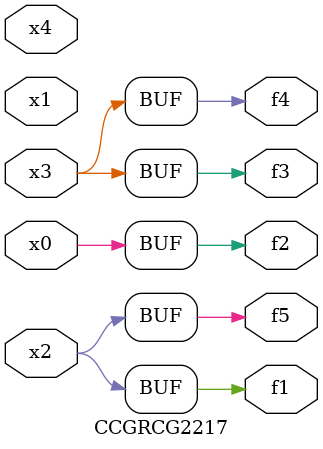
<source format=v>
module CCGRCG2217(
	input x0, x1, x2, x3, x4,
	output f1, f2, f3, f4, f5
);
	assign f1 = x2;
	assign f2 = x0;
	assign f3 = x3;
	assign f4 = x3;
	assign f5 = x2;
endmodule

</source>
